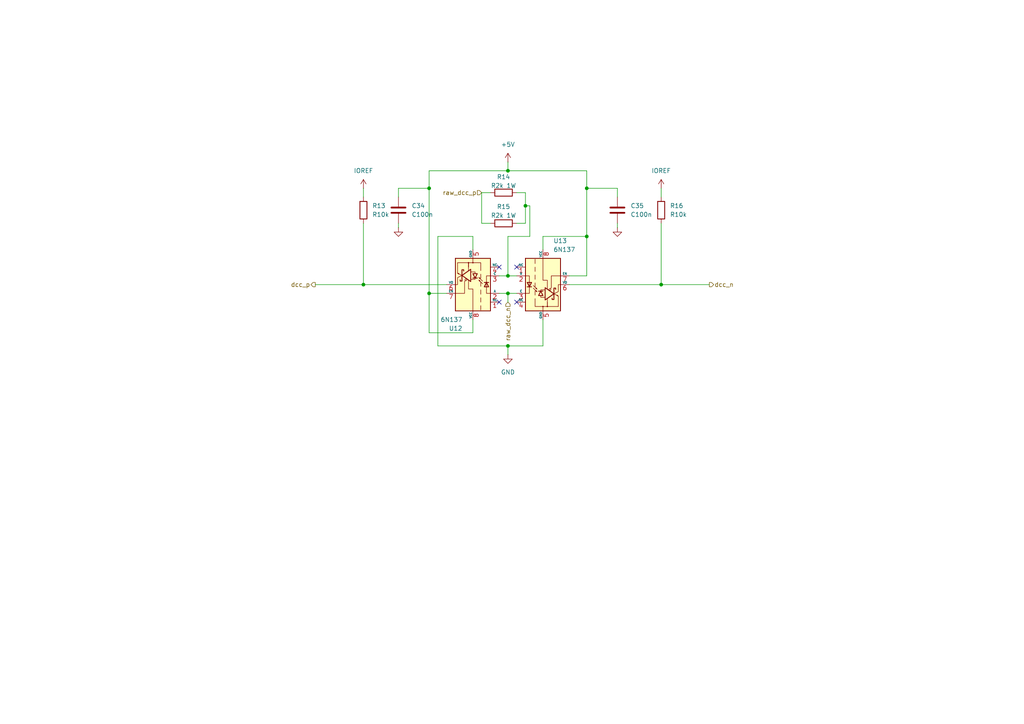
<source format=kicad_sch>
(kicad_sch (version 20231120) (generator "eeschema") (generator_version "8.0")
  (paper "A4")
  (title_block (title "Arduino Nano LCC Booster") (date "2024-11-16") (rev "5") (company "TMRC") (comment 1 "Noah Paladino"))
  (lib_symbols
    (symbol "Device:C" (pin_numbers hide) (pin_names (offset 0.254))
      (property "Reference" "C" (at 0.635 2.54 0))
      (property "Value" "C" (at 0.635 -2.54 0))
      (symbol "C_0_1"
        (polyline (pts (xy -2.032 -0.762) (xy 2.032 -0.762)) (stroke (width 0.508)))
        (polyline (pts (xy -2.032 0.762) (xy 2.032 0.762)) (stroke (width 0.508)))
      )
      (symbol "C_1_1"
        (pin passive line (at 0 3.81 270) (length 2.794) (name "~") (number "1"))
        (pin passive line (at 0 -3.81 90) (length 2.794) (name "~") (number "2"))
      )
    )
    (symbol "Device:R" (pin_numbers hide) (pin_names (offset 0))
      (property "Reference" "R" (at 2.032 0 90))
      (property "Value" "R" (at 0 0 90))
      (symbol "R_0_1"
        (rectangle (start -1.016 -2.54) (end 1.016 2.54) (stroke (width 0.254)))
      )
      (symbol "R_1_1"
        (pin passive line (at 0 3.81 270) (length 1.27) (name "~") (number "1"))
        (pin passive line (at 0 -3.81 90) (length 1.27) (name "~") (number "2"))
      )
    )
    (symbol "Isolator:6N137" (pin_names (offset 0))
      (property "Reference" "U" (at -4.064 8.89 0))
      (property "Value" "6N137" (at 0 -8.89 0))
      (symbol "6N137_0_1"
        (polyline (pts (xy 0 -6.35) (xy -2.286 -6.35) (xy -2.286 -4.064)))
        (polyline (pts (xy -5.08 -2.54) (xy -3.937 -2.54) (xy -3.937 2.54) (xy -5.08 2.54)))
        (polyline (pts (xy 1.27 -5.08) (xy 1.27 -6.35) (xy 0 -6.35) (xy 0 -7.62)))
        (polyline (pts (xy 3.175 -2.667) (xy 0.635 -4.445) (xy 0.635 -0.889) (xy 3.175 -2.667)) (stroke (width 0.254)))
        (polyline (pts (xy -2.794 -1.016) (xy -1.717 -2.093) (xy -2.076 -1.914) (xy -1.896 -1.734) (xy -1.717 -2.093)))
        (polyline (pts (xy -2.794 -0.254) (xy -1.717 -1.331) (xy -2.076 -1.152) (xy -1.896 -0.972) (xy -1.717 -1.331)))
      )
      (symbol "6N137_1_1"
        (rectangle (start -5.08 7.62) (end 5.08 -7.62) (stroke (width 0.254)) (fill (type background)))
        (circle (center 0 -6.35) (radius 0.127) (fill (type outline)))
        (polyline (pts (xy -4.572 -0.635) (xy -3.302 -0.635)) (stroke (width 0.254)))
        (polyline (pts (xy -2.286 -1.778) (xy -2.286 -3.048)))
        (polyline (pts (xy -2.286 0.508) (xy -2.286 -0.762)))
        (polyline (pts (xy -2.286 2.794) (xy -2.286 1.524)))
        (polyline (pts (xy -2.286 5.08) (xy -2.286 3.81)))
        (polyline (pts (xy -2.286 7.366) (xy -2.286 6.096)))
        (polyline (pts (xy -1.27 -1.905) (xy 0 -1.905)) (stroke (width 0.254)))
        (polyline (pts (xy -0.635 -3.302) (xy -0.635 -3.683) (xy 0.635 -3.683)))
        (polyline (pts (xy -0.635 -1.905) (xy -0.635 -1.524) (xy 0.508 -1.524)))
        (polyline (pts (xy 1.27 -4.064) (xy 1.27 -6.35) (xy 4.445 -6.35)))
        (polyline (pts (xy 3.175 -2.667) (xy 4.445 -3.302) (xy 4.445 -6.35)))
        (polyline (pts (xy -3.937 -0.635) (xy -4.572 0.635) (xy -3.302 0.635) (xy -3.937 -0.635)) (stroke (width 0.254)))
        (polyline (pts (xy -0.635 -1.905) (xy -1.27 -3.175) (xy 0 -3.175) (xy -0.635 -1.905)) (stroke (width 0.254)))
        (polyline (pts (xy 1.27 -1.27) (xy 1.27 1.27) (xy 0 1.27) (xy 0 7.62)))
        (polyline (pts (xy 2.1844 -1.1684) (xy 2.413 -0.889) (xy 2.413 2.54) (xy 5.08 2.54)))
        (polyline (pts (xy 3.175 -2.667) (xy 3.175 -4.318) (xy 2.667 -4.318) (xy 2.667 -3.937)) (stroke (width 0.254)))
        (polyline (pts (xy 3.175 -2.667) (xy 3.175 -1.016) (xy 3.683 -1.016) (xy 3.683 -1.397)) (stroke (width 0.254)))
        (polyline (pts (xy 3.175 -2.667) (xy 4.445 -2.032) (xy 4.445 0) (xy 5.08 0)))
        (polyline (pts (xy 4.445 -3.302) (xy 4.161 -3.018) (xy 4.047 -3.246) (xy 4.445 -3.302)) (stroke (width 0.127)) (fill (type outline)))
        (circle (center 1.27 -6.35) (radius 0.127) (fill (type outline)))
        (circle (center 2.032 -1.397) (radius 0.254))
        (pin passive line (at -7.62 5.08 0) (length 2.54) (name "NC") (number "1"))
        (pin passive line (at -7.62 2.54 0) (length 2.54) (name "A") (number "2"))
        (pin passive line (at -7.62 -2.54 0) (length 2.54) (name "C") (number "3"))
        (pin passive line (at -7.62 -5.08 0) (length 2.54) (name "NC") (number "4"))
        (pin power_in line (at 0 -10.16 90) (length 2.54) (name "GND") (number "5"))
        (pin open_collector line (at 7.62 0 180) (length 2.54) (name "VO") (number "6"))
        (pin input line (at 7.62 2.54 180) (length 2.54) (name "EN") (number "7"))
        (pin power_in line (at 0 10.16 270) (length 2.54) (name "VCC") (number "8"))
      )
    )
    (symbol "power:+3.3V" (power) (pin_numbers hide) (pin_names (offset 0) hide)
      (property "Value" "+3.3V" (at 0 3.556 0))
      (symbol "+3.3V_0_1"
        (polyline (pts (xy -0.762 1.27) (xy 0 2.54)))
        (polyline (pts (xy 0 0) (xy 0 2.54)))
        (polyline (pts (xy 0 2.54) (xy 0.762 1.27)))
      )
      (symbol "+3.3V_1_1"
        (pin power_in line (at 0 0 90) (length 0) (name "~") (number "1"))
      )
    )
    (symbol "power:+5V" (power) (pin_numbers hide) (pin_names (offset 0) hide)
      (property "Value" "+5V" (at 0 3.556 0))
      (symbol "+5V_0_1"
        (polyline (pts (xy -0.762 1.27) (xy 0 2.54)))
        (polyline (pts (xy 0 0) (xy 0 2.54)))
        (polyline (pts (xy 0 2.54) (xy 0.762 1.27)))
      )
      (symbol "+5V_1_1"
        (pin power_in line (at 0 0 90) (length 0) (name "~") (number "1"))
      )
    )
    (symbol "power:GND" (power) (pin_numbers hide) (pin_names (offset 0) hide)
      (property "Value" "GND" (at 0 -3.81 0))
      (symbol "GND_0_1"
        (polyline (pts (xy 0 0) (xy 0 -1.27) (xy 1.27 -1.27) (xy 0 -2.54) (xy -1.27 -1.27) (xy 0 -1.27)))
      )
      (symbol "GND_1_1"
        (pin power_in line (at 0 0 270) (length 0) (name "~") (number "1"))
      )
    )
  )
  (junction (at 124.46 85.09))
  (junction (at 147.32 80.01))
  (junction (at 152.4 59.69))
  (junction (at 147.32 85.09))
  (junction (at 170.18 68.58))
  (junction (at 147.32 49.53))
  (junction (at 124.46 54.61))
  (junction (at 191.77 82.55))
  (junction (at 147.32 100.33))
  (junction (at 170.18 54.61))
  (junction (at 105.41 82.55))
  (no_connect (at 144.78 87.63))
  (no_connect (at 149.86 87.63))
  (no_connect (at 149.86 77.47))
  (no_connect (at 144.78 77.47))
  (wire (pts (xy 124.46 96.52) (xy 124.46 85.09)))
  (wire (pts (xy 157.48 68.58) (xy 170.18 68.58)))
  (wire (pts (xy 147.32 80.01) (xy 149.86 80.01)))
  (wire (pts (xy 170.18 49.53) (xy 170.18 54.61)))
  (wire (pts (xy 144.78 85.09) (xy 147.32 85.09)))
  (wire (pts (xy 124.46 85.09) (xy 124.46 54.61)))
  (wire (pts (xy 165.1 80.01) (xy 170.18 80.01)))
  (wire (pts (xy 115.57 64.77) (xy 115.57 66.04)))
  (wire (pts (xy 170.18 68.58) (xy 170.18 54.61)))
  (wire (pts (xy 147.32 68.58) (xy 147.32 80.01)))
  (wire (pts (xy 157.48 100.33) (xy 147.32 100.33)))
  (wire (pts (xy 152.4 64.77) (xy 149.86 64.77)))
  (wire (pts (xy 153.67 59.69) (xy 153.67 68.58)))
  (wire (pts (xy 144.78 80.01) (xy 147.32 80.01)))
  (wire (pts (xy 124.46 96.52) (xy 137.16 96.52)))
  (wire (pts (xy 191.77 57.15) (xy 191.77 54.61)))
  (wire (pts (xy 139.7 64.77) (xy 139.7 55.88)))
  (wire (pts (xy 105.41 64.77) (xy 105.41 82.55)))
  (wire (pts (xy 157.48 92.71) (xy 157.48 100.33)))
  (wire (pts (xy 179.07 57.15) (xy 179.07 54.61)))
  (wire (pts (xy 152.4 59.69) (xy 153.67 59.69)))
  (wire (pts (xy 147.32 100.33) (xy 147.32 102.87)))
  (wire (pts (xy 170.18 80.01) (xy 170.18 68.58)))
  (wire (pts (xy 152.4 55.88) (xy 149.86 55.88)))
  (wire (pts (xy 170.18 54.61) (xy 179.07 54.61)))
  (wire (pts (xy 157.48 72.39) (xy 157.48 68.58)))
  (wire (pts (xy 137.16 68.58) (xy 127 68.58)))
  (wire (pts (xy 142.24 64.77) (xy 139.7 64.77)))
  (wire (pts (xy 147.32 46.99) (xy 147.32 49.53)))
  (wire (pts (xy 137.16 72.39) (xy 137.16 68.58)))
  (wire (pts (xy 105.41 57.15) (xy 105.41 54.61)))
  (wire (pts (xy 124.46 49.53) (xy 124.46 54.61)))
  (wire (pts (xy 127 68.58) (xy 127 100.33)))
  (wire (pts (xy 191.77 82.55) (xy 205.74 82.55)))
  (wire (pts (xy 191.77 64.77) (xy 191.77 82.55)))
  (wire (pts (xy 147.32 87.63) (xy 147.32 85.09)))
  (wire (pts (xy 139.7 55.88) (xy 142.24 55.88)))
  (wire (pts (xy 124.46 85.09) (xy 129.54 85.09)))
  (wire (pts (xy 152.4 55.88) (xy 152.4 59.69)))
  (wire (pts (xy 170.18 49.53) (xy 147.32 49.53)))
  (wire (pts (xy 165.1 82.55) (xy 191.77 82.55)))
  (wire (pts (xy 105.41 82.55) (xy 129.54 82.55)))
  (wire (pts (xy 179.07 64.77) (xy 179.07 66.04)))
  (wire (pts (xy 124.46 49.53) (xy 147.32 49.53)))
  (wire (pts (xy 91.44 82.55) (xy 105.41 82.55)))
  (wire (pts (xy 115.57 54.61) (xy 124.46 54.61)))
  (wire (pts (xy 137.16 92.71) (xy 137.16 96.52)))
  (wire (pts (xy 115.57 57.15) (xy 115.57 54.61)))
  (wire (pts (xy 147.32 100.33) (xy 127 100.33)))
  (wire (pts (xy 153.67 68.58) (xy 147.32 68.58)))
  (wire (pts (xy 152.4 59.69) (xy 152.4 64.77)))
  (wire (pts (xy 147.32 85.09) (xy 149.86 85.09)))
  (hierarchical_label "raw_dcc_p" (shape input) (at 139.7 55.88 180))
  (hierarchical_label "raw_dcc_n" (shape input) (at 147.32 87.63 270))
  (hierarchical_label "dcc_n" (shape output) (at 205.74 82.55 0))
  (hierarchical_label "dcc_p" (shape output) (at 91.44 82.55 180))
  (symbol (lib_id "power:GND") (at 179.07 66.04 0) (unit 1)
    (property "Reference" "#PWR045" (effects (hide yes)))
    (property "Value" "GND" (effects (hide yes)))
    (property "Description" "Power symbol creates a global label with name \"GND\" , ground" (effects (hide yes)))
  )
  (symbol (lib_id "power:GND") (at 147.32 102.87 0) (unit 1)
    (property "Reference" "#PWR044" (effects (hide yes)))
    (property "Value" "GND" (at 147.32 107.95 0))
    (property "Description" "Power symbol creates a global label with name \"GND\" , ground" (effects (hide yes)))
  )
  (symbol (lib_id "power:+3.3V") (at 105.41 54.61 0) (unit 1)
    (property "Reference" "#PWR041" (effects (hide yes)))
    (property "Value" "IOREF" (at 105.41 49.53 0))
    (property "Description" "Power symbol creates a global label with name \"+3.3V\"" (effects (hide yes)))
  )
  (symbol (lib_id "Device:C") (at 179.07 60.96 0) (unit 1)
    (property "Reference" "C35" (at 182.88 59.6899 0) (effects (justify left)))
    (property "Value" "C100n" (at 182.88 62.2299 0) (effects (justify left)))
    (property "Footprint" "Capacitor_SMD:C_0805_2012Metric_Pad1.18x1.45mm_HandSolder" (effects (hide yes)))
    (property "Description" "Unpolarized capacitor" (effects (hide yes)))
    (property "MANUFACTURER" "Samsung" (effects (hide yes)))
    (property "Manufacturer Part Number" "CL21B104KACNFNC" (effects (hide yes)))
  )
  (symbol (lib_id "power:GND") (at 115.57 66.04 0) (unit 1)
    (property "Reference" "#PWR042" (effects (hide yes)))
    (property "Value" "GND" (effects (hide yes)))
    (property "Description" "Power symbol creates a global label with name \"GND\" , ground" (effects (hide yes)))
  )
  (symbol (lib_id "Device:C") (at 115.57 60.96 0) (unit 1)
    (property "Reference" "C34" (at 119.38 59.6899 0) (effects (justify left)))
    (property "Value" "C100n" (at 119.38 62.2299 0) (effects (justify left)))
    (property "Footprint" "Capacitor_SMD:C_0805_2012Metric_Pad1.18x1.45mm_HandSolder" (effects (hide yes)))
    (property "Description" "Unpolarized capacitor" (effects (hide yes)))
    (property "MANUFACTURER" "Samsung" (effects (hide yes)))
    (property "Manufacturer Part Number" "CL21B104KACNFNC" (effects (hide yes)))
  )
  (symbol (lib_id "power:+3.3V") (at 191.77 54.61 0) (unit 1)
    (property "Reference" "#PWR046" (effects (hide yes)))
    (property "Value" "IOREF" (at 191.77 49.53 0))
    (property "Description" "Power symbol creates a global label with name \"+3.3V\"" (effects (hide yes)))
  )
  (symbol (lib_id "Isolator:6N137") (at 157.48 82.55 0) (unit 1)
    (property "Reference" "U13" (at 160.4965 69.85 0) (effects (justify left)))
    (property "Value" "6N137" (at 160.4965 72.39 0) (effects (justify left)))
    (property "Footprint" "Package_DIP:DIP-8_W7.62mm_SMDSocket_SmallPads" (effects (hide yes)))
    (property "Datasheet" "https://docs.broadcom.com/docs/AV02-0940EN" (effects (hide yes)))
    (property "Description" "Single High Speed LSTTL/TTL Compatible Optocoupler with enable, dV/dt 1000/us, VCM 10, max 7V VCC, DIP-8" (effects (hide yes)))
    (property "MANUFACTURER" "Lite-On" (effects (hide yes)))
    (property "Manufacturer Part Number" "6N137S-TA1-L " (effects (hide yes)))
  )
  (symbol (lib_id "Device:R") (at 191.77 60.96 180) (unit 1)
    (property "Reference" "R16" (at 194.31 59.6899 0) (effects (justify right)))
    (property "Value" "R10k" (at 194.31 62.2299 0) (effects (justify right)))
    (property "Footprint" "Resistor_SMD:R_0805_2012Metric_Pad1.20x1.40mm_HandSolder" (effects (hide yes)))
    (property "Description" "Resistor" (effects (hide yes)))
    (property "Manufacturer Part Number" "RC0805JR-0710KL" (effects (hide yes)))
    (property "MANUFACTURER" "Yageo" (effects (hide yes)))
  )
  (symbol (lib_id "Isolator:6N137") (at 137.16 82.55 180) (unit 1)
    (property "Reference" "U12" (at 134.1435 95.25 0) (effects (justify left)))
    (property "Value" "6N137" (at 134.1435 92.71 0) (effects (justify left)))
    (property "Footprint" "Package_DIP:DIP-8_W7.62mm_SMDSocket_SmallPads" (effects (hide yes)))
    (property "Datasheet" "https://docs.broadcom.com/docs/AV02-0940EN" (effects (hide yes)))
    (property "Description" "Single High Speed LSTTL/TTL Compatible Optocoupler with enable, dV/dt 1000/us, VCM 10, max 7V VCC, DIP-8" (effects (hide yes)))
    (property "MANUFACTURER" "Lite-On" (effects (hide yes)))
    (property "Manufacturer Part Number" "6N137S-TA1-L " (effects (hide yes)))
  )
  (symbol (lib_id "Device:R") (at 146.05 64.77 90) (unit 1)
    (property "Reference" "R15" (at 146.05 59.944 90))
    (property "Value" "R2k 1W" (at 146.05 62.484 90))
    (property "Footprint" "Resistor_SMD:R_2512_6332Metric_Pad1.40x3.35mm_HandSolder" (effects (hide yes)))
    (property "Description" "Resistor" (effects (hide yes)))
    (property "Manufacturer Part Number" "AC2512JK-072KL" (effects (hide yes)))
    (property "MANUFACTURER" "Yageo" (effects (hide yes)))
  )
  (symbol (lib_id "Device:R") (at 105.41 60.96 180) (unit 1)
    (property "Reference" "R13" (at 107.95 59.6899 0) (effects (justify right)))
    (property "Value" "R10k" (at 107.95 62.2299 0) (effects (justify right)))
    (property "Footprint" "Resistor_SMD:R_0805_2012Metric_Pad1.20x1.40mm_HandSolder" (effects (hide yes)))
    (property "Description" "Resistor" (effects (hide yes)))
    (property "Manufacturer Part Number" "RC0805JR-0710KL" (effects (hide yes)))
    (property "MANUFACTURER" "Yageo" (effects (hide yes)))
  )
  (symbol (lib_id "Device:R") (at 146.05 55.88 90) (unit 1)
    (property "Reference" "R14" (at 146.05 51.308 90))
    (property "Value" "R2k 1W" (at 146.05 53.848 90))
    (property "Footprint" "Resistor_SMD:R_2512_6332Metric_Pad1.40x3.35mm_HandSolder" (effects (hide yes)))
    (property "Description" "Resistor" (effects (hide yes)))
    (property "Manufacturer Part Number" "AC2512JK-072KL" (effects (hide yes)))
    (property "MANUFACTURER" "Yageo" (effects (hide yes)))
  )
  (symbol (lib_id "power:+5V") (at 147.32 46.99 0) (unit 1)
    (property "Reference" "#PWR043" (effects (hide yes)))
    (property "Value" "+5V" (at 147.32 41.91 0))
    (property "Description" "Power symbol creates a global label with name \"+5V\"" (effects (hide yes)))
  )
)
</source>
